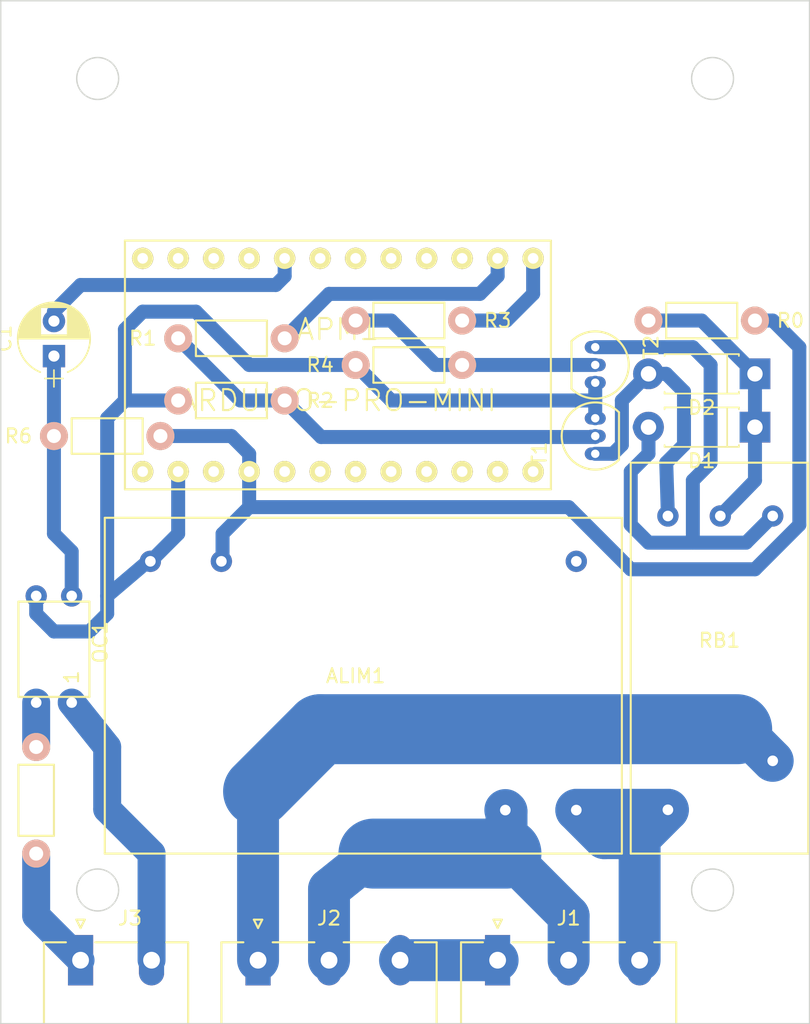
<source format=kicad_pcb>
(kicad_pcb (version 4) (host pcbnew 4.0.6)

  (general
    (links 34)
    (no_connects 0)
    (area 76.16988 107.264999 136.165001 186.47)
    (thickness 1.6)
    (drawings 8)
    (tracks 119)
    (zones 0)
    (modules 19)
    (nets 39)
  )

  (page A4 portrait)
  (layers
    (0 F.Cu signal hide)
    (31 B.Cu signal)
    (32 B.Adhes user hide)
    (33 F.Adhes user hide)
    (34 B.Paste user hide)
    (35 F.Paste user hide)
    (36 B.SilkS user hide)
    (37 F.SilkS user)
    (38 B.Mask user hide)
    (39 F.Mask user hide)
    (40 Dwgs.User user hide)
    (41 Cmts.User user hide)
    (42 Eco1.User user hide)
    (43 Eco2.User user hide)
    (44 Edge.Cuts user)
    (45 Margin user hide)
    (46 B.CrtYd user hide)
    (47 F.CrtYd user hide)
    (48 B.Fab user hide)
    (49 F.Fab user hide)
  )

  (setup
    (last_trace_width 1)
    (user_trace_width 0.5)
    (user_trace_width 1)
    (user_trace_width 2)
    (user_trace_width 3)
    (user_trace_width 5)
    (trace_clearance 0.2)
    (zone_clearance 0.508)
    (zone_45_only no)
    (trace_min 0.2)
    (segment_width 0.2)
    (edge_width 0.1)
    (via_size 0.6)
    (via_drill 0.4)
    (via_min_size 0.4)
    (via_min_drill 0.3)
    (uvia_size 0.3)
    (uvia_drill 0.1)
    (uvias_allowed no)
    (uvia_min_size 0.2)
    (uvia_min_drill 0.1)
    (pcb_text_width 0.3)
    (pcb_text_size 1.5 1.5)
    (mod_edge_width 0.15)
    (mod_text_size 1 1)
    (mod_text_width 0.15)
    (pad_size 1.5 1.5)
    (pad_drill 0.6)
    (pad_to_mask_clearance 0)
    (aux_axis_origin 0 0)
    (visible_elements FFFFFF7F)
    (pcbplotparams
      (layerselection 0x00030_80000001)
      (usegerberextensions false)
      (excludeedgelayer true)
      (linewidth 0.100000)
      (plotframeref false)
      (viasonmask false)
      (mode 1)
      (useauxorigin false)
      (hpglpennumber 1)
      (hpglpenspeed 20)
      (hpglpendiameter 15)
      (hpglpenoverlay 2)
      (psnegative false)
      (psa4output false)
      (plotreference true)
      (plotvalue true)
      (plotinvisibletext false)
      (padsonsilk false)
      (subtractmaskfromsilk false)
      (outputformat 1)
      (mirror false)
      (drillshape 1)
      (scaleselection 1)
      (outputdirectory ""))
  )

  (net 0 "")
  (net 1 "Net-(ALIM1-Pad3)")
  (net 2 AC)
  (net 3 +3V3)
  (net 4 GND)
  (net 5 "Net-(ALIM1-Pad13)")
  (net 6 "Net-(APM1-Pad24)")
  (net 7 "Net-(APM1-Pad22)")
  (net 8 "Net-(APM1-Pad20)")
  (net 9 "Net-(APM1-Pad19)")
  (net 10 "Net-(APM1-Pad18)")
  (net 11 "Net-(APM1-Pad17)")
  (net 12 "Net-(APM1-Pad16)")
  (net 13 "Net-(APM1-Pad15)")
  (net 14 "Net-(APM1-Pad14)")
  (net 15 "Net-(APM1-Pad13)")
  (net 16 "Net-(APM1-Pad1)")
  (net 17 "Net-(APM1-Pad2)")
  (net 18 "Net-(APM1-Pad3)")
  (net 19 "Net-(APM1-Pad4)")
  (net 20 "Net-(APM1-Pad5)")
  (net 21 "Net-(APM1-Pad6)")
  (net 22 "Net-(APM1-Pad7)")
  (net 23 "Net-(APM1-Pad8)")
  (net 24 "Net-(APM1-Pad9)")
  (net 25 "Net-(APM1-Pad10)")
  (net 26 "Net-(APM1-Pad11)")
  (net 27 "Net-(APM1-Pad12)")
  (net 28 "Net-(C1-Pad1)")
  (net 29 "Net-(D1-Pad2)")
  (net 30 "Net-(D2-Pad2)")
  (net 31 Earth)
  (net 32 "Net-(J3-Pad1)")
  (net 33 "Net-(J3-Pad2)")
  (net 34 "Net-(R1-Pad1)")
  (net 35 "Net-(R3-Pad2)")
  (net 36 "Net-(D1-Pad1)")
  (net 37 "Net-(J2-Pad1)")
  (net 38 "Net-(OC1-Pad2)")

  (net_class Default "Ceci est la Netclass par défaut"
    (clearance 0.2)
    (trace_width 0.25)
    (via_dia 0.6)
    (via_drill 0.4)
    (uvia_dia 0.3)
    (uvia_drill 0.1)
    (add_net +3V3)
    (add_net AC)
    (add_net Earth)
    (add_net GND)
    (add_net "Net-(ALIM1-Pad13)")
    (add_net "Net-(ALIM1-Pad3)")
    (add_net "Net-(APM1-Pad1)")
    (add_net "Net-(APM1-Pad10)")
    (add_net "Net-(APM1-Pad11)")
    (add_net "Net-(APM1-Pad12)")
    (add_net "Net-(APM1-Pad13)")
    (add_net "Net-(APM1-Pad14)")
    (add_net "Net-(APM1-Pad15)")
    (add_net "Net-(APM1-Pad16)")
    (add_net "Net-(APM1-Pad17)")
    (add_net "Net-(APM1-Pad18)")
    (add_net "Net-(APM1-Pad19)")
    (add_net "Net-(APM1-Pad2)")
    (add_net "Net-(APM1-Pad20)")
    (add_net "Net-(APM1-Pad22)")
    (add_net "Net-(APM1-Pad24)")
    (add_net "Net-(APM1-Pad3)")
    (add_net "Net-(APM1-Pad4)")
    (add_net "Net-(APM1-Pad5)")
    (add_net "Net-(APM1-Pad6)")
    (add_net "Net-(APM1-Pad7)")
    (add_net "Net-(APM1-Pad8)")
    (add_net "Net-(APM1-Pad9)")
    (add_net "Net-(C1-Pad1)")
    (add_net "Net-(D1-Pad1)")
    (add_net "Net-(D1-Pad2)")
    (add_net "Net-(D2-Pad2)")
    (add_net "Net-(J2-Pad1)")
    (add_net "Net-(J3-Pad1)")
    (add_net "Net-(J3-Pad2)")
    (add_net "Net-(OC1-Pad2)")
    (add_net "Net-(R1-Pad1)")
    (add_net "Net-(R3-Pad2)")
  )

  (net_class POWER ""
    (clearance 0.2)
    (trace_width 2)
    (via_dia 0.6)
    (via_drill 0.4)
    (uvia_dia 0.3)
    (uvia_drill 0.1)
  )

  (module TO_SOT_Packages_THT:TO-92_Inline_Narrow_Oval (layer F.Cu) (tedit 54F24281) (tstamp 58F611ED)
    (at 120.65 139.7 90)
    (descr "TO-92 leads in-line, narrow, oval pads, drill 0.6mm (see NXP sot054_po.pdf)")
    (tags "to-92 sc-43 sc-43a sot54 PA33 transistor")
    (path /58F2127C)
    (fp_text reference T1 (at 0 -4 90) (layer F.SilkS)
      (effects (font (size 1 1) (thickness 0.15)))
    )
    (fp_text value BC337 (at 0 3 90) (layer F.Fab)
      (effects (font (size 1 1) (thickness 0.15)))
    )
    (fp_line (start -1.4 1.95) (end -1.4 -2.65) (layer F.CrtYd) (width 0.05))
    (fp_line (start -1.4 1.95) (end 3.95 1.95) (layer F.CrtYd) (width 0.05))
    (fp_line (start -0.43 1.7) (end 2.97 1.7) (layer F.SilkS) (width 0.15))
    (fp_arc (start 1.27 0) (end 1.27 -2.4) (angle -135) (layer F.SilkS) (width 0.15))
    (fp_arc (start 1.27 0) (end 1.27 -2.4) (angle 135) (layer F.SilkS) (width 0.15))
    (fp_line (start -1.4 -2.65) (end 3.95 -2.65) (layer F.CrtYd) (width 0.05))
    (fp_line (start 3.95 1.95) (end 3.95 -2.65) (layer F.CrtYd) (width 0.05))
    (pad 2 thru_hole oval (at 1.27 0 270) (size 0.89916 1.50114) (drill 0.6) (layers *.Cu *.Mask)
      (net 34 "Net-(R1-Pad1)"))
    (pad 3 thru_hole oval (at 2.54 0 270) (size 0.89916 1.50114) (drill 0.6) (layers *.Cu *.Mask)
      (net 4 GND))
    (pad 1 thru_hole oval (at 0 0 270) (size 0.89916 1.50114) (drill 0.6) (layers *.Cu *.Mask)
      (net 30 "Net-(D2-Pad2)"))
    (model TO_SOT_Packages_THT.3dshapes/TO-92_Inline_Narrow_Oval.wrl
      (at (xyz 0.05 0 0))
      (scale (xyz 1 1 1))
      (rotate (xyz 0 0 -90))
    )
  )

  (module empreintes:AC-DC_power_supply_IRM-03 (layer F.Cu) (tedit 58F5DC63) (tstamp 58F6105D)
    (at 122.555 168.275 180)
    (path /58F5DF1E)
    (fp_text reference ALIM1 (at 19.05 12.7 180) (layer F.SilkS)
      (effects (font (size 1 1) (thickness 0.15)))
    )
    (fp_text value ALIM-IRM-03-3.3 (at 17.78 8.89 180) (layer F.Fab)
      (effects (font (size 1 1) (thickness 0.15)))
    )
    (fp_line (start 0 0) (end 37 0) (layer F.SilkS) (width 0.15))
    (fp_line (start 37 0) (end 37 24) (layer F.SilkS) (width 0.15))
    (fp_line (start 37 24) (end 0 24) (layer F.SilkS) (width 0.15))
    (fp_line (start 0 24) (end 0 0) (layer F.SilkS) (width 0.15))
    (pad 3 thru_hole circle (at 8.34 3.11 180) (size 1.524 1.524) (drill 0.762) (layers *.Cu *.Mask)
      (net 1 "Net-(ALIM1-Pad3)"))
    (pad 1 thru_hole circle (at 3.26 3.11 180) (size 1.524 1.524) (drill 0.762) (layers *.Cu *.Mask)
      (net 2 AC))
    (pad 16 thru_hole circle (at 28.66 20.89 180) (size 1.524 1.524) (drill 0.762) (layers *.Cu *.Mask)
      (net 3 +3V3))
    (pad 14 thru_hole circle (at 33.74 20.89 180) (size 1.524 1.524) (drill 0.762) (layers *.Cu *.Mask)
      (net 4 GND))
    (pad 13 thru_hole circle (at 3.26 20.89 180) (size 1.524 1.524) (drill 0.762) (layers *.Cu *.Mask)
      (net 5 "Net-(ALIM1-Pad13)"))
  )

  (module empreintes:Relai_Bistable_Panasonic_ADW1203W (layer F.Cu) (tedit 58F610BB) (tstamp 58F611DF)
    (at 133.35 144.145)
    (path /58F25BD3)
    (fp_text reference RB1 (at -3.81 8.89) (layer F.SilkS)
      (effects (font (size 1 1) (thickness 0.15)))
    )
    (fp_text value RELAI-BISTABLE (at -3.81 11.43) (layer F.Fab)
      (effects (font (size 1 1) (thickness 0.15)))
    )
    (fp_line (start -10.16 -3.81) (end -10.16 24.13) (layer F.SilkS) (width 0.15))
    (fp_line (start -10.16 24.13) (end 2.54 24.13) (layer F.SilkS) (width 0.15))
    (fp_line (start 2.54 24.13) (end 2.54 -3.81) (layer F.SilkS) (width 0.15))
    (fp_line (start 2.54 -3.81) (end -10.16 -3.81) (layer F.SilkS) (width 0.15))
    (pad 3 thru_hole circle (at -7.5 21) (size 1.524 1.524) (drill 0.762) (layers *.Cu *.Mask)
      (net 2 AC))
    (pad 5 thru_hole circle (at 0 17.5) (size 1.524 1.524) (drill 0.762) (layers *.Cu *.Mask)
      (net 37 "Net-(J2-Pad1)"))
    (pad -1 thru_hole circle (at -7.5 0) (size 1.524 1.524) (drill 0.762) (layers *.Cu *.Mask)
      (net 30 "Net-(D2-Pad2)"))
    (pad +7 thru_hole circle (at -3.75 0) (size 1.524 1.524) (drill 0.762) (layers *.Cu *.Mask)
      (net 36 "Net-(D1-Pad1)"))
    (pad -6 thru_hole circle (at 0 0) (size 1.524 1.524) (drill 0.762) (layers *.Cu *.Mask)
      (net 29 "Net-(D1-Pad2)"))
  )

  (module Connectors_Phoenix:PhoenixContact_MC-G_03x5.08mm_Angled (layer F.Cu) (tedit 5797DB14) (tstamp 58F61147)
    (at 113.665 175.895)
    (descr "Generic Phoenix Contact connector footprint for series: MC-G; number of pins: 03; pin pitch: 5.08mm; Angled || order number: 1836192 8A 320V")
    (tags "phoenix_contact connector MC_01x03_G_5.08mm")
    (path /58F27633)
    (fp_text reference J1 (at 5.08 -3) (layer F.SilkS)
      (effects (font (size 1 1) (thickness 0.15)))
    )
    (fp_text value ~ (at 5.08 9.5) (layer F.Fab)
      (effects (font (size 1 1) (thickness 0.15)))
    )
    (fp_line (start -2.62 -1.28) (end -2.62 8.08) (layer F.SilkS) (width 0.15))
    (fp_line (start -2.62 8.08) (end 12.78 8.08) (layer F.SilkS) (width 0.15))
    (fp_line (start 12.78 8.08) (end 12.78 -1.28) (layer F.SilkS) (width 0.15))
    (fp_line (start -2.62 -1.28) (end -1.05 -1.28) (layer F.SilkS) (width 0.15))
    (fp_line (start 12.78 -1.28) (end 11.21 -1.28) (layer F.SilkS) (width 0.15))
    (fp_line (start 1.05 -1.28) (end 4.03 -1.28) (layer F.SilkS) (width 0.15))
    (fp_line (start 6.13 -1.28) (end 9.11 -1.28) (layer F.SilkS) (width 0.15))
    (fp_line (start -2.62 4.8) (end 12.78 4.8) (layer F.SilkS) (width 0.15))
    (fp_line (start -3.1 -2.3) (end -3.1 8.5) (layer F.CrtYd) (width 0.05))
    (fp_line (start -3.1 8.5) (end 13.2 8.5) (layer F.CrtYd) (width 0.05))
    (fp_line (start 13.2 8.5) (end 13.2 -2.3) (layer F.CrtYd) (width 0.05))
    (fp_line (start 13.2 -2.3) (end -3.1 -2.3) (layer F.CrtYd) (width 0.05))
    (fp_line (start 0 -2.3) (end 0.3 -2.9) (layer F.SilkS) (width 0.15))
    (fp_line (start 0.3 -2.9) (end -0.3 -2.9) (layer F.SilkS) (width 0.15))
    (fp_line (start -0.3 -2.9) (end 0 -2.3) (layer F.SilkS) (width 0.15))
    (pad 1 thru_hole rect (at 0 0) (size 1.8 3.6) (drill 1.2) (layers *.Cu *.Mask)
      (net 31 Earth))
    (pad 2 thru_hole oval (at 5.08 0) (size 1.8 3.6) (drill 1.2) (layers *.Cu *.Mask)
      (net 1 "Net-(ALIM1-Pad3)"))
    (pad 3 thru_hole oval (at 10.16 0) (size 1.8 3.6) (drill 1.2) (layers *.Cu *.Mask)
      (net 2 AC))
    (model Connectors_Phoenix.3dshapes/PhoenixContact_MC-G_03x5.08mm_Angled.wrl
      (at (xyz 0 0 0))
      (scale (xyz 1 1 1))
      (rotate (xyz 0 0 0))
    )
  )

  (module empreintes:Arduino_Pro_Mini (layer F.Cu) (tedit 58F5D933) (tstamp 58F6107D)
    (at 116.205 133.35 90)
    (path /58F25AB8)
    (fp_text reference APM1 (at 2.54 -13.97 180) (layer F.SilkS)
      (effects (font (size 1.5 1.5) (thickness 0.15)))
    )
    (fp_text value ARDUINO-PRO-MINI (at -2.54 -13.97 180) (layer F.SilkS)
      (effects (font (size 1.5 1.5) (thickness 0.15)))
    )
    (fp_line (start -8.89 -29.21) (end 8.89 -29.21) (layer F.SilkS) (width 0.15))
    (fp_line (start 8.89 -29.21) (end 8.89 1.27) (layer F.SilkS) (width 0.15))
    (fp_line (start 8.89 1.27) (end -8.89 1.27) (layer F.SilkS) (width 0.15))
    (fp_line (start -8.89 1.27) (end -8.89 -29.21) (layer F.SilkS) (width 0.15))
    (pad 24 thru_hole circle (at -7.62 -27.94 90) (size 1.524 1.524) (drill 0.762) (layers *.Cu *.Mask F.SilkS)
      (net 6 "Net-(APM1-Pad24)"))
    (pad 23 thru_hole circle (at -7.62 -25.4 90) (size 1.524 1.524) (drill 0.762) (layers *.Cu *.Mask F.SilkS)
      (net 4 GND))
    (pad 22 thru_hole circle (at -7.62 -22.86 90) (size 1.524 1.524) (drill 0.762) (layers *.Cu *.Mask F.SilkS)
      (net 7 "Net-(APM1-Pad22)"))
    (pad 21 thru_hole circle (at -7.62 -20.32 90) (size 1.524 1.524) (drill 0.762) (layers *.Cu *.Mask F.SilkS)
      (net 3 +3V3))
    (pad 20 thru_hole circle (at -7.62 -17.78 90) (size 1.524 1.524) (drill 0.762) (layers *.Cu *.Mask F.SilkS)
      (net 8 "Net-(APM1-Pad20)"))
    (pad 19 thru_hole circle (at -7.62 -15.24 90) (size 1.524 1.524) (drill 0.762) (layers *.Cu *.Mask F.SilkS)
      (net 9 "Net-(APM1-Pad19)"))
    (pad 18 thru_hole circle (at -7.62 -12.7 90) (size 1.524 1.524) (drill 0.762) (layers *.Cu *.Mask F.SilkS)
      (net 10 "Net-(APM1-Pad18)"))
    (pad 17 thru_hole circle (at -7.62 -10.16 90) (size 1.524 1.524) (drill 0.762) (layers *.Cu *.Mask F.SilkS)
      (net 11 "Net-(APM1-Pad17)"))
    (pad 16 thru_hole circle (at -7.62 -7.62 90) (size 1.524 1.524) (drill 0.762) (layers *.Cu *.Mask F.SilkS)
      (net 12 "Net-(APM1-Pad16)"))
    (pad 15 thru_hole circle (at -7.62 -5.08 90) (size 1.524 1.524) (drill 0.762) (layers *.Cu *.Mask F.SilkS)
      (net 13 "Net-(APM1-Pad15)"))
    (pad 14 thru_hole circle (at -7.62 -2.54 90) (size 1.524 1.524) (drill 0.762) (layers *.Cu *.Mask F.SilkS)
      (net 14 "Net-(APM1-Pad14)"))
    (pad 13 thru_hole circle (at -7.62 0 90) (size 1.524 1.524) (drill 0.762) (layers *.Cu *.Mask F.SilkS)
      (net 15 "Net-(APM1-Pad13)"))
    (pad 1 thru_hole circle (at 7.62 -27.94 90) (size 1.524 1.524) (drill 0.762) (layers *.Cu *.Mask F.SilkS)
      (net 16 "Net-(APM1-Pad1)"))
    (pad 2 thru_hole circle (at 7.62 -25.4 90) (size 1.524 1.524) (drill 0.762) (layers *.Cu *.Mask F.SilkS)
      (net 17 "Net-(APM1-Pad2)"))
    (pad 3 thru_hole circle (at 7.62 -22.86 90) (size 1.524 1.524) (drill 0.762) (layers *.Cu *.Mask F.SilkS)
      (net 18 "Net-(APM1-Pad3)"))
    (pad 4 thru_hole circle (at 7.62 -20.32 90) (size 1.524 1.524) (drill 0.762) (layers *.Cu *.Mask F.SilkS)
      (net 19 "Net-(APM1-Pad4)"))
    (pad 5 thru_hole circle (at 7.62 -17.78 90) (size 1.524 1.524) (drill 0.762) (layers *.Cu *.Mask F.SilkS)
      (net 20 "Net-(APM1-Pad5)"))
    (pad 6 thru_hole circle (at 7.62 -15.24 90) (size 1.524 1.524) (drill 0.762) (layers *.Cu *.Mask F.SilkS)
      (net 21 "Net-(APM1-Pad6)"))
    (pad 7 thru_hole circle (at 7.62 -12.7 90) (size 1.524 1.524) (drill 0.762) (layers *.Cu *.Mask F.SilkS)
      (net 22 "Net-(APM1-Pad7)"))
    (pad 8 thru_hole circle (at 7.62 -10.16 90) (size 1.524 1.524) (drill 0.762) (layers *.Cu *.Mask F.SilkS)
      (net 23 "Net-(APM1-Pad8)"))
    (pad 9 thru_hole circle (at 7.62 -7.62 90) (size 1.524 1.524) (drill 0.762) (layers *.Cu *.Mask F.SilkS)
      (net 24 "Net-(APM1-Pad9)"))
    (pad 10 thru_hole circle (at 7.62 -5.08 90) (size 1.524 1.524) (drill 0.762) (layers *.Cu *.Mask F.SilkS)
      (net 25 "Net-(APM1-Pad10)"))
    (pad 11 thru_hole circle (at 7.62 -2.54 90) (size 1.524 1.524) (drill 0.762) (layers *.Cu *.Mask F.SilkS)
      (net 26 "Net-(APM1-Pad11)"))
    (pad 12 thru_hole circle (at 7.62 0 90) (size 1.524 1.524) (drill 0.762) (layers *.Cu *.Mask F.SilkS)
      (net 27 "Net-(APM1-Pad12)"))
  )

  (module Capacitors_THT:CP_Radial_D5.0mm_P2.50mm (layer F.Cu) (tedit 58765D06) (tstamp 58F61101)
    (at 81.915 132.715 90)
    (descr "CP, Radial series, Radial, pin pitch=2.50mm, , diameter=5mm, Electrolytic Capacitor")
    (tags "CP Radial series Radial pin pitch 2.50mm  diameter 5mm Electrolytic Capacitor")
    (path /58F29AAC)
    (fp_text reference C1 (at 1.25 -3.56 90) (layer F.SilkS)
      (effects (font (size 1 1) (thickness 0.15)))
    )
    (fp_text value 0.1µF (at 1.25 3.56 90) (layer F.Fab)
      (effects (font (size 1 1) (thickness 0.15)))
    )
    (fp_arc (start 1.25 0) (end -1.147436 -0.98) (angle 135.5) (layer F.SilkS) (width 0.12))
    (fp_arc (start 1.25 0) (end -1.147436 0.98) (angle -135.5) (layer F.SilkS) (width 0.12))
    (fp_arc (start 1.25 0) (end 3.647436 -0.98) (angle 44.5) (layer F.SilkS) (width 0.12))
    (fp_circle (center 1.25 0) (end 3.75 0) (layer F.Fab) (width 0.1))
    (fp_line (start -2.2 0) (end -1 0) (layer F.Fab) (width 0.1))
    (fp_line (start -1.6 -0.65) (end -1.6 0.65) (layer F.Fab) (width 0.1))
    (fp_line (start 1.25 -2.55) (end 1.25 2.55) (layer F.SilkS) (width 0.12))
    (fp_line (start 1.29 -2.55) (end 1.29 2.55) (layer F.SilkS) (width 0.12))
    (fp_line (start 1.33 -2.549) (end 1.33 2.549) (layer F.SilkS) (width 0.12))
    (fp_line (start 1.37 -2.548) (end 1.37 2.548) (layer F.SilkS) (width 0.12))
    (fp_line (start 1.41 -2.546) (end 1.41 2.546) (layer F.SilkS) (width 0.12))
    (fp_line (start 1.45 -2.543) (end 1.45 2.543) (layer F.SilkS) (width 0.12))
    (fp_line (start 1.49 -2.539) (end 1.49 2.539) (layer F.SilkS) (width 0.12))
    (fp_line (start 1.53 -2.535) (end 1.53 -0.98) (layer F.SilkS) (width 0.12))
    (fp_line (start 1.53 0.98) (end 1.53 2.535) (layer F.SilkS) (width 0.12))
    (fp_line (start 1.57 -2.531) (end 1.57 -0.98) (layer F.SilkS) (width 0.12))
    (fp_line (start 1.57 0.98) (end 1.57 2.531) (layer F.SilkS) (width 0.12))
    (fp_line (start 1.61 -2.525) (end 1.61 -0.98) (layer F.SilkS) (width 0.12))
    (fp_line (start 1.61 0.98) (end 1.61 2.525) (layer F.SilkS) (width 0.12))
    (fp_line (start 1.65 -2.519) (end 1.65 -0.98) (layer F.SilkS) (width 0.12))
    (fp_line (start 1.65 0.98) (end 1.65 2.519) (layer F.SilkS) (width 0.12))
    (fp_line (start 1.69 -2.513) (end 1.69 -0.98) (layer F.SilkS) (width 0.12))
    (fp_line (start 1.69 0.98) (end 1.69 2.513) (layer F.SilkS) (width 0.12))
    (fp_line (start 1.73 -2.506) (end 1.73 -0.98) (layer F.SilkS) (width 0.12))
    (fp_line (start 1.73 0.98) (end 1.73 2.506) (layer F.SilkS) (width 0.12))
    (fp_line (start 1.77 -2.498) (end 1.77 -0.98) (layer F.SilkS) (width 0.12))
    (fp_line (start 1.77 0.98) (end 1.77 2.498) (layer F.SilkS) (width 0.12))
    (fp_line (start 1.81 -2.489) (end 1.81 -0.98) (layer F.SilkS) (width 0.12))
    (fp_line (start 1.81 0.98) (end 1.81 2.489) (layer F.SilkS) (width 0.12))
    (fp_line (start 1.85 -2.48) (end 1.85 -0.98) (layer F.SilkS) (width 0.12))
    (fp_line (start 1.85 0.98) (end 1.85 2.48) (layer F.SilkS) (width 0.12))
    (fp_line (start 1.89 -2.47) (end 1.89 -0.98) (layer F.SilkS) (width 0.12))
    (fp_line (start 1.89 0.98) (end 1.89 2.47) (layer F.SilkS) (width 0.12))
    (fp_line (start 1.93 -2.46) (end 1.93 -0.98) (layer F.SilkS) (width 0.12))
    (fp_line (start 1.93 0.98) (end 1.93 2.46) (layer F.SilkS) (width 0.12))
    (fp_line (start 1.971 -2.448) (end 1.971 -0.98) (layer F.SilkS) (width 0.12))
    (fp_line (start 1.971 0.98) (end 1.971 2.448) (layer F.SilkS) (width 0.12))
    (fp_line (start 2.011 -2.436) (end 2.011 -0.98) (layer F.SilkS) (width 0.12))
    (fp_line (start 2.011 0.98) (end 2.011 2.436) (layer F.SilkS) (width 0.12))
    (fp_line (start 2.051 -2.424) (end 2.051 -0.98) (layer F.SilkS) (width 0.12))
    (fp_line (start 2.051 0.98) (end 2.051 2.424) (layer F.SilkS) (width 0.12))
    (fp_line (start 2.091 -2.41) (end 2.091 -0.98) (layer F.SilkS) (width 0.12))
    (fp_line (start 2.091 0.98) (end 2.091 2.41) (layer F.SilkS) (width 0.12))
    (fp_line (start 2.131 -2.396) (end 2.131 -0.98) (layer F.SilkS) (width 0.12))
    (fp_line (start 2.131 0.98) (end 2.131 2.396) (layer F.SilkS) (width 0.12))
    (fp_line (start 2.171 -2.382) (end 2.171 -0.98) (layer F.SilkS) (width 0.12))
    (fp_line (start 2.171 0.98) (end 2.171 2.382) (layer F.SilkS) (width 0.12))
    (fp_line (start 2.211 -2.366) (end 2.211 -0.98) (layer F.SilkS) (width 0.12))
    (fp_line (start 2.211 0.98) (end 2.211 2.366) (layer F.SilkS) (width 0.12))
    (fp_line (start 2.251 -2.35) (end 2.251 -0.98) (layer F.SilkS) (width 0.12))
    (fp_line (start 2.251 0.98) (end 2.251 2.35) (layer F.SilkS) (width 0.12))
    (fp_line (start 2.291 -2.333) (end 2.291 -0.98) (layer F.SilkS) (width 0.12))
    (fp_line (start 2.291 0.98) (end 2.291 2.333) (layer F.SilkS) (width 0.12))
    (fp_line (start 2.331 -2.315) (end 2.331 -0.98) (layer F.SilkS) (width 0.12))
    (fp_line (start 2.331 0.98) (end 2.331 2.315) (layer F.SilkS) (width 0.12))
    (fp_line (start 2.371 -2.296) (end 2.371 -0.98) (layer F.SilkS) (width 0.12))
    (fp_line (start 2.371 0.98) (end 2.371 2.296) (layer F.SilkS) (width 0.12))
    (fp_line (start 2.411 -2.276) (end 2.411 -0.98) (layer F.SilkS) (width 0.12))
    (fp_line (start 2.411 0.98) (end 2.411 2.276) (layer F.SilkS) (width 0.12))
    (fp_line (start 2.451 -2.256) (end 2.451 -0.98) (layer F.SilkS) (width 0.12))
    (fp_line (start 2.451 0.98) (end 2.451 2.256) (layer F.SilkS) (width 0.12))
    (fp_line (start 2.491 -2.234) (end 2.491 -0.98) (layer F.SilkS) (width 0.12))
    (fp_line (start 2.491 0.98) (end 2.491 2.234) (layer F.SilkS) (width 0.12))
    (fp_line (start 2.531 -2.212) (end 2.531 -0.98) (layer F.SilkS) (width 0.12))
    (fp_line (start 2.531 0.98) (end 2.531 2.212) (layer F.SilkS) (width 0.12))
    (fp_line (start 2.571 -2.189) (end 2.571 -0.98) (layer F.SilkS) (width 0.12))
    (fp_line (start 2.571 0.98) (end 2.571 2.189) (layer F.SilkS) (width 0.12))
    (fp_line (start 2.611 -2.165) (end 2.611 -0.98) (layer F.SilkS) (width 0.12))
    (fp_line (start 2.611 0.98) (end 2.611 2.165) (layer F.SilkS) (width 0.12))
    (fp_line (start 2.651 -2.14) (end 2.651 -0.98) (layer F.SilkS) (width 0.12))
    (fp_line (start 2.651 0.98) (end 2.651 2.14) (layer F.SilkS) (width 0.12))
    (fp_line (start 2.691 -2.113) (end 2.691 -0.98) (layer F.SilkS) (width 0.12))
    (fp_line (start 2.691 0.98) (end 2.691 2.113) (layer F.SilkS) (width 0.12))
    (fp_line (start 2.731 -2.086) (end 2.731 -0.98) (layer F.SilkS) (width 0.12))
    (fp_line (start 2.731 0.98) (end 2.731 2.086) (layer F.SilkS) (width 0.12))
    (fp_line (start 2.771 -2.058) (end 2.771 -0.98) (layer F.SilkS) (width 0.12))
    (fp_line (start 2.771 0.98) (end 2.771 2.058) (layer F.SilkS) (width 0.12))
    (fp_line (start 2.811 -2.028) (end 2.811 -0.98) (layer F.SilkS) (width 0.12))
    (fp_line (start 2.811 0.98) (end 2.811 2.028) (layer F.SilkS) (width 0.12))
    (fp_line (start 2.851 -1.997) (end 2.851 -0.98) (layer F.SilkS) (width 0.12))
    (fp_line (start 2.851 0.98) (end 2.851 1.997) (layer F.SilkS) (width 0.12))
    (fp_line (start 2.891 -1.965) (end 2.891 -0.98) (layer F.SilkS) (width 0.12))
    (fp_line (start 2.891 0.98) (end 2.891 1.965) (layer F.SilkS) (width 0.12))
    (fp_line (start 2.931 -1.932) (end 2.931 -0.98) (layer F.SilkS) (width 0.12))
    (fp_line (start 2.931 0.98) (end 2.931 1.932) (layer F.SilkS) (width 0.12))
    (fp_line (start 2.971 -1.897) (end 2.971 -0.98) (layer F.SilkS) (width 0.12))
    (fp_line (start 2.971 0.98) (end 2.971 1.897) (layer F.SilkS) (width 0.12))
    (fp_line (start 3.011 -1.861) (end 3.011 -0.98) (layer F.SilkS) (width 0.12))
    (fp_line (start 3.011 0.98) (end 3.011 1.861) (layer F.SilkS) (width 0.12))
    (fp_line (start 3.051 -1.823) (end 3.051 -0.98) (layer F.SilkS) (width 0.12))
    (fp_line (start 3.051 0.98) (end 3.051 1.823) (layer F.SilkS) (width 0.12))
    (fp_line (start 3.091 -1.783) (end 3.091 -0.98) (layer F.SilkS) (width 0.12))
    (fp_line (start 3.091 0.98) (end 3.091 1.783) (layer F.SilkS) (width 0.12))
    (fp_line (start 3.131 -1.742) (end 3.131 -0.98) (layer F.SilkS) (width 0.12))
    (fp_line (start 3.131 0.98) (end 3.131 1.742) (layer F.SilkS) (width 0.12))
    (fp_line (start 3.171 -1.699) (end 3.171 -0.98) (layer F.SilkS) (width 0.12))
    (fp_line (start 3.171 0.98) (end 3.171 1.699) (layer F.SilkS) (width 0.12))
    (fp_line (start 3.211 -1.654) (end 3.211 -0.98) (layer F.SilkS) (width 0.12))
    (fp_line (start 3.211 0.98) (end 3.211 1.654) (layer F.SilkS) (width 0.12))
    (fp_line (start 3.251 -1.606) (end 3.251 -0.98) (layer F.SilkS) (width 0.12))
    (fp_line (start 3.251 0.98) (end 3.251 1.606) (layer F.SilkS) (width 0.12))
    (fp_line (start 3.291 -1.556) (end 3.291 -0.98) (layer F.SilkS) (width 0.12))
    (fp_line (start 3.291 0.98) (end 3.291 1.556) (layer F.SilkS) (width 0.12))
    (fp_line (start 3.331 -1.504) (end 3.331 -0.98) (layer F.SilkS) (width 0.12))
    (fp_line (start 3.331 0.98) (end 3.331 1.504) (layer F.SilkS) (width 0.12))
    (fp_line (start 3.371 -1.448) (end 3.371 -0.98) (layer F.SilkS) (width 0.12))
    (fp_line (start 3.371 0.98) (end 3.371 1.448) (layer F.SilkS) (width 0.12))
    (fp_line (start 3.411 -1.39) (end 3.411 -0.98) (layer F.SilkS) (width 0.12))
    (fp_line (start 3.411 0.98) (end 3.411 1.39) (layer F.SilkS) (width 0.12))
    (fp_line (start 3.451 -1.327) (end 3.451 -0.98) (layer F.SilkS) (width 0.12))
    (fp_line (start 3.451 0.98) (end 3.451 1.327) (layer F.SilkS) (width 0.12))
    (fp_line (start 3.491 -1.261) (end 3.491 1.261) (layer F.SilkS) (width 0.12))
    (fp_line (start 3.531 -1.189) (end 3.531 1.189) (layer F.SilkS) (width 0.12))
    (fp_line (start 3.571 -1.112) (end 3.571 1.112) (layer F.SilkS) (width 0.12))
    (fp_line (start 3.611 -1.028) (end 3.611 1.028) (layer F.SilkS) (width 0.12))
    (fp_line (start 3.651 -0.934) (end 3.651 0.934) (layer F.SilkS) (width 0.12))
    (fp_line (start 3.691 -0.829) (end 3.691 0.829) (layer F.SilkS) (width 0.12))
    (fp_line (start 3.731 -0.707) (end 3.731 0.707) (layer F.SilkS) (width 0.12))
    (fp_line (start 3.771 -0.559) (end 3.771 0.559) (layer F.SilkS) (width 0.12))
    (fp_line (start 3.811 -0.354) (end 3.811 0.354) (layer F.SilkS) (width 0.12))
    (fp_line (start -2.2 0) (end -1 0) (layer F.SilkS) (width 0.12))
    (fp_line (start -1.6 -0.65) (end -1.6 0.65) (layer F.SilkS) (width 0.12))
    (fp_line (start -1.6 -2.85) (end -1.6 2.85) (layer F.CrtYd) (width 0.05))
    (fp_line (start -1.6 2.85) (end 4.1 2.85) (layer F.CrtYd) (width 0.05))
    (fp_line (start 4.1 2.85) (end 4.1 -2.85) (layer F.CrtYd) (width 0.05))
    (fp_line (start 4.1 -2.85) (end -1.6 -2.85) (layer F.CrtYd) (width 0.05))
    (pad 1 thru_hole rect (at 0 0 90) (size 1.6 1.6) (drill 0.8) (layers *.Cu *.Mask)
      (net 28 "Net-(C1-Pad1)"))
    (pad 2 thru_hole circle (at 2.5 0 90) (size 1.6 1.6) (drill 0.8) (layers *.Cu *.Mask)
      (net 20 "Net-(APM1-Pad5)"))
    (model Capacitors_THT.3dshapes/CP_Radial_D5.0mm_P2.50mm.wrl
      (at (xyz 0 0 0))
      (scale (xyz 0.393701 0.393701 0.393701))
      (rotate (xyz 0 0 0))
    )
  )

  (module Diodes_THT:D_DO-41_SOD81_P7.62mm_Horizontal (layer F.Cu) (tedit 5877C982) (tstamp 58F61119)
    (at 132.08 137.795 180)
    (descr "D, DO-41_SOD81 series, Axial, Horizontal, pin pitch=7.62mm, , length*diameter=5.2*2.7mm^2, , http://www.diodes.com/_files/packages/DO-41%20(Plastic).pdf")
    (tags "D DO-41_SOD81 series Axial Horizontal pin pitch 7.62mm  length 5.2mm diameter 2.7mm")
    (path /58F26031)
    (fp_text reference D1 (at 3.81 -2.41 180) (layer F.SilkS)
      (effects (font (size 1 1) (thickness 0.15)))
    )
    (fp_text value ~ (at 3.81 2.41 180) (layer F.Fab)
      (effects (font (size 1 1) (thickness 0.15)))
    )
    (fp_line (start 1.21 -1.35) (end 1.21 1.35) (layer F.Fab) (width 0.1))
    (fp_line (start 1.21 1.35) (end 6.41 1.35) (layer F.Fab) (width 0.1))
    (fp_line (start 6.41 1.35) (end 6.41 -1.35) (layer F.Fab) (width 0.1))
    (fp_line (start 6.41 -1.35) (end 1.21 -1.35) (layer F.Fab) (width 0.1))
    (fp_line (start 0 0) (end 1.21 0) (layer F.Fab) (width 0.1))
    (fp_line (start 7.62 0) (end 6.41 0) (layer F.Fab) (width 0.1))
    (fp_line (start 1.99 -1.35) (end 1.99 1.35) (layer F.Fab) (width 0.1))
    (fp_line (start 1.15 -1.28) (end 1.15 -1.41) (layer F.SilkS) (width 0.12))
    (fp_line (start 1.15 -1.41) (end 6.47 -1.41) (layer F.SilkS) (width 0.12))
    (fp_line (start 6.47 -1.41) (end 6.47 -1.28) (layer F.SilkS) (width 0.12))
    (fp_line (start 1.15 1.28) (end 1.15 1.41) (layer F.SilkS) (width 0.12))
    (fp_line (start 1.15 1.41) (end 6.47 1.41) (layer F.SilkS) (width 0.12))
    (fp_line (start 6.47 1.41) (end 6.47 1.28) (layer F.SilkS) (width 0.12))
    (fp_line (start 1.99 -1.41) (end 1.99 1.41) (layer F.SilkS) (width 0.12))
    (fp_line (start -1.35 -1.7) (end -1.35 1.7) (layer F.CrtYd) (width 0.05))
    (fp_line (start -1.35 1.7) (end 9 1.7) (layer F.CrtYd) (width 0.05))
    (fp_line (start 9 1.7) (end 9 -1.7) (layer F.CrtYd) (width 0.05))
    (fp_line (start 9 -1.7) (end -1.35 -1.7) (layer F.CrtYd) (width 0.05))
    (pad 1 thru_hole rect (at 0 0 180) (size 2.2 2.2) (drill 1.1) (layers *.Cu *.Mask)
      (net 36 "Net-(D1-Pad1)"))
    (pad 2 thru_hole oval (at 7.62 0 180) (size 2.2 2.2) (drill 1.1) (layers *.Cu *.Mask)
      (net 29 "Net-(D1-Pad2)"))
    (model Diodes_THT.3dshapes/D_DO-41_SOD81_P7.62mm_Horizontal.wrl
      (at (xyz 0 0 0))
      (scale (xyz 0.393701 0.393701 0.393701))
      (rotate (xyz 0 0 0))
    )
  )

  (module Diodes_THT:D_DO-41_SOD81_P7.62mm_Horizontal (layer F.Cu) (tedit 5877C982) (tstamp 58F61131)
    (at 132.08 133.985 180)
    (descr "D, DO-41_SOD81 series, Axial, Horizontal, pin pitch=7.62mm, , length*diameter=5.2*2.7mm^2, , http://www.diodes.com/_files/packages/DO-41%20(Plastic).pdf")
    (tags "D DO-41_SOD81 series Axial Horizontal pin pitch 7.62mm  length 5.2mm diameter 2.7mm")
    (path /58F21469)
    (fp_text reference D2 (at 3.81 -2.41 180) (layer F.SilkS)
      (effects (font (size 1 1) (thickness 0.15)))
    )
    (fp_text value ~ (at 3.81 2.41 180) (layer F.Fab)
      (effects (font (size 1 1) (thickness 0.15)))
    )
    (fp_line (start 1.21 -1.35) (end 1.21 1.35) (layer F.Fab) (width 0.1))
    (fp_line (start 1.21 1.35) (end 6.41 1.35) (layer F.Fab) (width 0.1))
    (fp_line (start 6.41 1.35) (end 6.41 -1.35) (layer F.Fab) (width 0.1))
    (fp_line (start 6.41 -1.35) (end 1.21 -1.35) (layer F.Fab) (width 0.1))
    (fp_line (start 0 0) (end 1.21 0) (layer F.Fab) (width 0.1))
    (fp_line (start 7.62 0) (end 6.41 0) (layer F.Fab) (width 0.1))
    (fp_line (start 1.99 -1.35) (end 1.99 1.35) (layer F.Fab) (width 0.1))
    (fp_line (start 1.15 -1.28) (end 1.15 -1.41) (layer F.SilkS) (width 0.12))
    (fp_line (start 1.15 -1.41) (end 6.47 -1.41) (layer F.SilkS) (width 0.12))
    (fp_line (start 6.47 -1.41) (end 6.47 -1.28) (layer F.SilkS) (width 0.12))
    (fp_line (start 1.15 1.28) (end 1.15 1.41) (layer F.SilkS) (width 0.12))
    (fp_line (start 1.15 1.41) (end 6.47 1.41) (layer F.SilkS) (width 0.12))
    (fp_line (start 6.47 1.41) (end 6.47 1.28) (layer F.SilkS) (width 0.12))
    (fp_line (start 1.99 -1.41) (end 1.99 1.41) (layer F.SilkS) (width 0.12))
    (fp_line (start -1.35 -1.7) (end -1.35 1.7) (layer F.CrtYd) (width 0.05))
    (fp_line (start -1.35 1.7) (end 9 1.7) (layer F.CrtYd) (width 0.05))
    (fp_line (start 9 1.7) (end 9 -1.7) (layer F.CrtYd) (width 0.05))
    (fp_line (start 9 -1.7) (end -1.35 -1.7) (layer F.CrtYd) (width 0.05))
    (pad 1 thru_hole rect (at 0 0 180) (size 2.2 2.2) (drill 1.1) (layers *.Cu *.Mask)
      (net 36 "Net-(D1-Pad1)"))
    (pad 2 thru_hole oval (at 7.62 0 180) (size 2.2 2.2) (drill 1.1) (layers *.Cu *.Mask)
      (net 30 "Net-(D2-Pad2)"))
    (model Diodes_THT.3dshapes/D_DO-41_SOD81_P7.62mm_Horizontal.wrl
      (at (xyz 0 0 0))
      (scale (xyz 0.393701 0.393701 0.393701))
      (rotate (xyz 0 0 0))
    )
  )

  (module Connectors_Phoenix:PhoenixContact_MC-G_03x5.08mm_Angled (layer F.Cu) (tedit 5797DB14) (tstamp 58F6115D)
    (at 96.52 175.895)
    (descr "Generic Phoenix Contact connector footprint for series: MC-G; number of pins: 03; pin pitch: 5.08mm; Angled || order number: 1836192 8A 320V")
    (tags "phoenix_contact connector MC_01x03_G_5.08mm")
    (path /58F27431)
    (fp_text reference J2 (at 5.08 -3) (layer F.SilkS)
      (effects (font (size 1 1) (thickness 0.15)))
    )
    (fp_text value ~ (at 5.08 9.5) (layer F.Fab)
      (effects (font (size 1 1) (thickness 0.15)))
    )
    (fp_line (start -2.62 -1.28) (end -2.62 8.08) (layer F.SilkS) (width 0.15))
    (fp_line (start -2.62 8.08) (end 12.78 8.08) (layer F.SilkS) (width 0.15))
    (fp_line (start 12.78 8.08) (end 12.78 -1.28) (layer F.SilkS) (width 0.15))
    (fp_line (start -2.62 -1.28) (end -1.05 -1.28) (layer F.SilkS) (width 0.15))
    (fp_line (start 12.78 -1.28) (end 11.21 -1.28) (layer F.SilkS) (width 0.15))
    (fp_line (start 1.05 -1.28) (end 4.03 -1.28) (layer F.SilkS) (width 0.15))
    (fp_line (start 6.13 -1.28) (end 9.11 -1.28) (layer F.SilkS) (width 0.15))
    (fp_line (start -2.62 4.8) (end 12.78 4.8) (layer F.SilkS) (width 0.15))
    (fp_line (start -3.1 -2.3) (end -3.1 8.5) (layer F.CrtYd) (width 0.05))
    (fp_line (start -3.1 8.5) (end 13.2 8.5) (layer F.CrtYd) (width 0.05))
    (fp_line (start 13.2 8.5) (end 13.2 -2.3) (layer F.CrtYd) (width 0.05))
    (fp_line (start 13.2 -2.3) (end -3.1 -2.3) (layer F.CrtYd) (width 0.05))
    (fp_line (start 0 -2.3) (end 0.3 -2.9) (layer F.SilkS) (width 0.15))
    (fp_line (start 0.3 -2.9) (end -0.3 -2.9) (layer F.SilkS) (width 0.15))
    (fp_line (start -0.3 -2.9) (end 0 -2.3) (layer F.SilkS) (width 0.15))
    (pad 1 thru_hole rect (at 0 0) (size 1.8 3.6) (drill 1.2) (layers *.Cu *.Mask)
      (net 37 "Net-(J2-Pad1)"))
    (pad 2 thru_hole oval (at 5.08 0) (size 1.8 3.6) (drill 1.2) (layers *.Cu *.Mask)
      (net 1 "Net-(ALIM1-Pad3)"))
    (pad 3 thru_hole oval (at 10.16 0) (size 1.8 3.6) (drill 1.2) (layers *.Cu *.Mask)
      (net 31 Earth))
    (model Connectors_Phoenix.3dshapes/PhoenixContact_MC-G_03x5.08mm_Angled.wrl
      (at (xyz 0 0 0))
      (scale (xyz 1 1 1))
      (rotate (xyz 0 0 0))
    )
  )

  (module Connectors_Phoenix:PhoenixContact_MC-G_02x5.08mm_Angled (layer F.Cu) (tedit 5797DB13) (tstamp 58F61171)
    (at 83.82 175.895)
    (descr "Generic Phoenix Contact connector footprint for series: MC-G; number of pins: 02; pin pitch: 5.08mm; Angled || order number: 1836189 8A 320V")
    (tags "phoenix_contact connector MC_01x02_G_5.08mm")
    (path /58F28418)
    (fp_text reference J3 (at 3.54 -3) (layer F.SilkS)
      (effects (font (size 1 1) (thickness 0.15)))
    )
    (fp_text value ~ (at 2.54 9.5) (layer F.Fab)
      (effects (font (size 1 1) (thickness 0.15)))
    )
    (fp_line (start -2.62 -1.28) (end -2.62 8.08) (layer F.SilkS) (width 0.15))
    (fp_line (start -2.62 8.08) (end 7.7 8.08) (layer F.SilkS) (width 0.15))
    (fp_line (start 7.7 8.08) (end 7.7 -1.28) (layer F.SilkS) (width 0.15))
    (fp_line (start -2.62 -1.28) (end -1.05 -1.28) (layer F.SilkS) (width 0.15))
    (fp_line (start 7.7 -1.28) (end 6.13 -1.28) (layer F.SilkS) (width 0.15))
    (fp_line (start 1.05 -1.28) (end 4.03 -1.28) (layer F.SilkS) (width 0.15))
    (fp_line (start -2.62 4.8) (end 7.7 4.8) (layer F.SilkS) (width 0.15))
    (fp_line (start -3.1 -2.3) (end -3.1 8.5) (layer F.CrtYd) (width 0.05))
    (fp_line (start -3.1 8.5) (end 8.1 8.5) (layer F.CrtYd) (width 0.05))
    (fp_line (start 8.1 8.5) (end 8.1 -2.3) (layer F.CrtYd) (width 0.05))
    (fp_line (start 8.1 -2.3) (end -3.1 -2.3) (layer F.CrtYd) (width 0.05))
    (fp_line (start 0 -2.3) (end 0.3 -2.9) (layer F.SilkS) (width 0.15))
    (fp_line (start 0.3 -2.9) (end -0.3 -2.9) (layer F.SilkS) (width 0.15))
    (fp_line (start -0.3 -2.9) (end 0 -2.3) (layer F.SilkS) (width 0.15))
    (pad 1 thru_hole rect (at 0 0) (size 1.8 3.6) (drill 1.2) (layers *.Cu *.Mask)
      (net 32 "Net-(J3-Pad1)"))
    (pad 2 thru_hole oval (at 5.08 0) (size 1.8 3.6) (drill 1.2) (layers *.Cu *.Mask)
      (net 33 "Net-(J3-Pad2)"))
    (model Connectors_Phoenix.3dshapes/PhoenixContact_MC-G_02x5.08mm_Angled.wrl
      (at (xyz 0 0 0))
      (scale (xyz 1 1 1))
      (rotate (xyz 0 0 0))
    )
  )

  (module empreintes:Optocoupleur_SFH620 (layer F.Cu) (tedit 58F4DCA7) (tstamp 58F6117E)
    (at 83.185 153.67 270)
    (path /58F28B34)
    (fp_text reference OC1 (at -0.5 -2.04 270) (layer F.SilkS)
      (effects (font (size 1 1) (thickness 0.15)))
    )
    (fp_text value ~ (at 0 4.78 270) (layer F.Fab)
      (effects (font (size 1 1) (thickness 0.15)))
    )
    (fp_text user 1 (at 2 0 270) (layer F.SilkS)
      (effects (font (size 1 1) (thickness 0.15)))
    )
    (fp_line (start -3.405 -1.27) (end -3.405 3.81) (layer F.SilkS) (width 0.15))
    (fp_line (start -3.405 3.81) (end 3.405 3.81) (layer F.SilkS) (width 0.15))
    (fp_line (start 3.405 3.81) (end 3.405 -1.27) (layer F.SilkS) (width 0.15))
    (fp_line (start 3.405 -1.27) (end -3.405 -1.27) (layer F.SilkS) (width 0.15))
    (pad 2 thru_hole circle (at 3.81 2.54 270) (size 1.524 1.524) (drill 0.762) (layers *.Cu *.Mask)
      (net 38 "Net-(OC1-Pad2)"))
    (pad 1 thru_hole circle (at 3.81 0 270) (size 1.524 1.524) (drill 0.762) (layers *.Cu *.Mask)
      (net 33 "Net-(J3-Pad2)"))
    (pad 3 thru_hole circle (at -3.81 2.54 270) (size 1.524 1.524) (drill 0.762) (layers *.Cu *.Mask)
      (net 4 GND))
    (pad 4 thru_hole circle (at -3.81 0 270) (size 1.524 1.524) (drill 0.762) (layers *.Cu *.Mask)
      (net 28 "Net-(C1-Pad1)"))
  )

  (module Resistors_THT:Resistor_Horizontal_RM7mm (layer F.Cu) (tedit 58F63223) (tstamp 58F6118C)
    (at 90.805 131.445)
    (descr "Resistor, Axial,  RM 7.62mm, 1/3W,")
    (tags "Resistor Axial RM 7.62mm 1/3W R3")
    (path /58F212F6)
    (fp_text reference R1 (at -2.54 0) (layer F.SilkS)
      (effects (font (size 1 1) (thickness 0.15)))
    )
    (fp_text value 2.2kΩ (at 3.81 0) (layer F.Fab)
      (effects (font (size 1 1) (thickness 0.15)))
    )
    (fp_line (start -1.25 -1.5) (end 8.85 -1.5) (layer F.CrtYd) (width 0.05))
    (fp_line (start -1.25 1.5) (end -1.25 -1.5) (layer F.CrtYd) (width 0.05))
    (fp_line (start 8.85 -1.5) (end 8.85 1.5) (layer F.CrtYd) (width 0.05))
    (fp_line (start -1.25 1.5) (end 8.85 1.5) (layer F.CrtYd) (width 0.05))
    (fp_line (start 1.27 -1.27) (end 6.35 -1.27) (layer F.SilkS) (width 0.15))
    (fp_line (start 6.35 -1.27) (end 6.35 1.27) (layer F.SilkS) (width 0.15))
    (fp_line (start 6.35 1.27) (end 1.27 1.27) (layer F.SilkS) (width 0.15))
    (fp_line (start 1.27 1.27) (end 1.27 -1.27) (layer F.SilkS) (width 0.15))
    (pad 1 thru_hole circle (at 0 0) (size 1.99898 1.99898) (drill 1.00076) (layers *.Cu *.SilkS *.Mask)
      (net 34 "Net-(R1-Pad1)"))
    (pad 2 thru_hole circle (at 7.62 0) (size 1.99898 1.99898) (drill 1.00076) (layers *.Cu *.SilkS *.Mask)
      (net 26 "Net-(APM1-Pad11)"))
  )

  (module Resistors_THT:Resistor_Horizontal_RM7mm (layer F.Cu) (tedit 58F6321B) (tstamp 58F6119A)
    (at 98.425 135.89 180)
    (descr "Resistor, Axial,  RM 7.62mm, 1/3W,")
    (tags "Resistor Axial RM 7.62mm 1/3W R3")
    (path /58F2640D)
    (fp_text reference R2 (at -2.54 0 180) (layer F.SilkS)
      (effects (font (size 1 1) (thickness 0.15)))
    )
    (fp_text value 10kΩ (at 3.81 0 180) (layer F.Fab)
      (effects (font (size 1 1) (thickness 0.15)))
    )
    (fp_line (start -1.25 -1.5) (end 8.85 -1.5) (layer F.CrtYd) (width 0.05))
    (fp_line (start -1.25 1.5) (end -1.25 -1.5) (layer F.CrtYd) (width 0.05))
    (fp_line (start 8.85 -1.5) (end 8.85 1.5) (layer F.CrtYd) (width 0.05))
    (fp_line (start -1.25 1.5) (end 8.85 1.5) (layer F.CrtYd) (width 0.05))
    (fp_line (start 1.27 -1.27) (end 6.35 -1.27) (layer F.SilkS) (width 0.15))
    (fp_line (start 6.35 -1.27) (end 6.35 1.27) (layer F.SilkS) (width 0.15))
    (fp_line (start 6.35 1.27) (end 1.27 1.27) (layer F.SilkS) (width 0.15))
    (fp_line (start 1.27 1.27) (end 1.27 -1.27) (layer F.SilkS) (width 0.15))
    (pad 1 thru_hole circle (at 0 0 180) (size 1.99898 1.99898) (drill 1.00076) (layers *.Cu *.SilkS *.Mask)
      (net 34 "Net-(R1-Pad1)"))
    (pad 2 thru_hole circle (at 7.62 0 180) (size 1.99898 1.99898) (drill 1.00076) (layers *.Cu *.SilkS *.Mask)
      (net 4 GND))
  )

  (module Resistors_THT:Resistor_Horizontal_RM7mm (layer F.Cu) (tedit 58F6320E) (tstamp 58F611A8)
    (at 111.125 130.175 180)
    (descr "Resistor, Axial,  RM 7.62mm, 1/3W,")
    (tags "Resistor Axial RM 7.62mm 1/3W R3")
    (path /58F264B7)
    (fp_text reference R3 (at -2.54 0 180) (layer F.SilkS)
      (effects (font (size 1 1) (thickness 0.15)))
    )
    (fp_text value 2.2kΩ (at 3.81 0 180) (layer F.Fab)
      (effects (font (size 1 1) (thickness 0.15)))
    )
    (fp_line (start -1.25 -1.5) (end 8.85 -1.5) (layer F.CrtYd) (width 0.05))
    (fp_line (start -1.25 1.5) (end -1.25 -1.5) (layer F.CrtYd) (width 0.05))
    (fp_line (start 8.85 -1.5) (end 8.85 1.5) (layer F.CrtYd) (width 0.05))
    (fp_line (start -1.25 1.5) (end 8.85 1.5) (layer F.CrtYd) (width 0.05))
    (fp_line (start 1.27 -1.27) (end 6.35 -1.27) (layer F.SilkS) (width 0.15))
    (fp_line (start 6.35 -1.27) (end 6.35 1.27) (layer F.SilkS) (width 0.15))
    (fp_line (start 6.35 1.27) (end 1.27 1.27) (layer F.SilkS) (width 0.15))
    (fp_line (start 1.27 1.27) (end 1.27 -1.27) (layer F.SilkS) (width 0.15))
    (pad 1 thru_hole circle (at 0 0 180) (size 1.99898 1.99898) (drill 1.00076) (layers *.Cu *.SilkS *.Mask)
      (net 27 "Net-(APM1-Pad12)"))
    (pad 2 thru_hole circle (at 7.62 0 180) (size 1.99898 1.99898) (drill 1.00076) (layers *.Cu *.SilkS *.Mask)
      (net 35 "Net-(R3-Pad2)"))
  )

  (module Resistors_THT:Resistor_Horizontal_RM7mm (layer F.Cu) (tedit 58F63200) (tstamp 58F611B6)
    (at 103.505 133.35)
    (descr "Resistor, Axial,  RM 7.62mm, 1/3W,")
    (tags "Resistor Axial RM 7.62mm 1/3W R3")
    (path /58F264FC)
    (fp_text reference R4 (at -2.54 0) (layer F.SilkS)
      (effects (font (size 1 1) (thickness 0.15)))
    )
    (fp_text value 10kΩ (at 3.81 0) (layer F.Fab)
      (effects (font (size 1 1) (thickness 0.15)))
    )
    (fp_line (start -1.25 -1.5) (end 8.85 -1.5) (layer F.CrtYd) (width 0.05))
    (fp_line (start -1.25 1.5) (end -1.25 -1.5) (layer F.CrtYd) (width 0.05))
    (fp_line (start 8.85 -1.5) (end 8.85 1.5) (layer F.CrtYd) (width 0.05))
    (fp_line (start -1.25 1.5) (end 8.85 1.5) (layer F.CrtYd) (width 0.05))
    (fp_line (start 1.27 -1.27) (end 6.35 -1.27) (layer F.SilkS) (width 0.15))
    (fp_line (start 6.35 -1.27) (end 6.35 1.27) (layer F.SilkS) (width 0.15))
    (fp_line (start 6.35 1.27) (end 1.27 1.27) (layer F.SilkS) (width 0.15))
    (fp_line (start 1.27 1.27) (end 1.27 -1.27) (layer F.SilkS) (width 0.15))
    (pad 1 thru_hole circle (at 0 0) (size 1.99898 1.99898) (drill 1.00076) (layers *.Cu *.SilkS *.Mask)
      (net 4 GND))
    (pad 2 thru_hole circle (at 7.62 0) (size 1.99898 1.99898) (drill 1.00076) (layers *.Cu *.SilkS *.Mask)
      (net 35 "Net-(R3-Pad2)"))
  )

  (module Resistors_THT:Resistor_Horizontal_RM7mm (layer F.Cu) (tedit 569FCF07) (tstamp 58F611C4)
    (at 80.645 168.275 90)
    (descr "Resistor, Axial,  RM 7.62mm, 1/3W,")
    (tags "Resistor Axial RM 7.62mm 1/3W R3")
    (path /58F2940D)
    (fp_text reference R5 (at 4.05892 -3.50012 90) (layer F.SilkS)
      (effects (font (size 1 1) (thickness 0.15)))
    )
    (fp_text value 1kΩ (at 3.81 3.81 90) (layer F.Fab)
      (effects (font (size 1 1) (thickness 0.15)))
    )
    (fp_line (start -1.25 -1.5) (end 8.85 -1.5) (layer F.CrtYd) (width 0.05))
    (fp_line (start -1.25 1.5) (end -1.25 -1.5) (layer F.CrtYd) (width 0.05))
    (fp_line (start 8.85 -1.5) (end 8.85 1.5) (layer F.CrtYd) (width 0.05))
    (fp_line (start -1.25 1.5) (end 8.85 1.5) (layer F.CrtYd) (width 0.05))
    (fp_line (start 1.27 -1.27) (end 6.35 -1.27) (layer F.SilkS) (width 0.15))
    (fp_line (start 6.35 -1.27) (end 6.35 1.27) (layer F.SilkS) (width 0.15))
    (fp_line (start 6.35 1.27) (end 1.27 1.27) (layer F.SilkS) (width 0.15))
    (fp_line (start 1.27 1.27) (end 1.27 -1.27) (layer F.SilkS) (width 0.15))
    (pad 1 thru_hole circle (at 0 0 90) (size 1.99898 1.99898) (drill 1.00076) (layers *.Cu *.SilkS *.Mask)
      (net 32 "Net-(J3-Pad1)"))
    (pad 2 thru_hole circle (at 7.62 0 90) (size 1.99898 1.99898) (drill 1.00076) (layers *.Cu *.SilkS *.Mask)
      (net 38 "Net-(OC1-Pad2)"))
  )

  (module Resistors_THT:Resistor_Horizontal_RM7mm (layer F.Cu) (tedit 58F63236) (tstamp 58F611D2)
    (at 89.535 138.43 180)
    (descr "Resistor, Axial,  RM 7.62mm, 1/3W,")
    (tags "Resistor Axial RM 7.62mm 1/3W R3")
    (path /58F2987D)
    (fp_text reference R6 (at 10.16 0 180) (layer F.SilkS)
      (effects (font (size 1 1) (thickness 0.15)))
    )
    (fp_text value 1kΩ (at 3.81 0 180) (layer F.Fab)
      (effects (font (size 1 1) (thickness 0.15)))
    )
    (fp_line (start -1.25 -1.5) (end 8.85 -1.5) (layer F.CrtYd) (width 0.05))
    (fp_line (start -1.25 1.5) (end -1.25 -1.5) (layer F.CrtYd) (width 0.05))
    (fp_line (start 8.85 -1.5) (end 8.85 1.5) (layer F.CrtYd) (width 0.05))
    (fp_line (start -1.25 1.5) (end 8.85 1.5) (layer F.CrtYd) (width 0.05))
    (fp_line (start 1.27 -1.27) (end 6.35 -1.27) (layer F.SilkS) (width 0.15))
    (fp_line (start 6.35 -1.27) (end 6.35 1.27) (layer F.SilkS) (width 0.15))
    (fp_line (start 6.35 1.27) (end 1.27 1.27) (layer F.SilkS) (width 0.15))
    (fp_line (start 1.27 1.27) (end 1.27 -1.27) (layer F.SilkS) (width 0.15))
    (pad 1 thru_hole circle (at 0 0 180) (size 1.99898 1.99898) (drill 1.00076) (layers *.Cu *.SilkS *.Mask)
      (net 3 +3V3))
    (pad 2 thru_hole circle (at 7.62 0 180) (size 1.99898 1.99898) (drill 1.00076) (layers *.Cu *.SilkS *.Mask)
      (net 28 "Net-(C1-Pad1)"))
  )

  (module TO_SOT_Packages_THT:TO-92_Inline_Narrow_Oval (layer F.Cu) (tedit 54F24281) (tstamp 58F611FB)
    (at 120.65 132.08 270)
    (descr "TO-92 leads in-line, narrow, oval pads, drill 0.6mm (see NXP sot054_po.pdf)")
    (tags "to-92 sc-43 sc-43a sot54 PA33 transistor")
    (path /58F2635F)
    (fp_text reference T2 (at 0 -4 270) (layer F.SilkS)
      (effects (font (size 1 1) (thickness 0.15)))
    )
    (fp_text value BC337 (at 0 3 270) (layer F.Fab)
      (effects (font (size 1 1) (thickness 0.15)))
    )
    (fp_line (start -1.4 1.95) (end -1.4 -2.65) (layer F.CrtYd) (width 0.05))
    (fp_line (start -1.4 1.95) (end 3.95 1.95) (layer F.CrtYd) (width 0.05))
    (fp_line (start -0.43 1.7) (end 2.97 1.7) (layer F.SilkS) (width 0.15))
    (fp_arc (start 1.27 0) (end 1.27 -2.4) (angle -135) (layer F.SilkS) (width 0.15))
    (fp_arc (start 1.27 0) (end 1.27 -2.4) (angle 135) (layer F.SilkS) (width 0.15))
    (fp_line (start -1.4 -2.65) (end 3.95 -2.65) (layer F.CrtYd) (width 0.05))
    (fp_line (start 3.95 1.95) (end 3.95 -2.65) (layer F.CrtYd) (width 0.05))
    (pad 2 thru_hole oval (at 1.27 0 90) (size 0.89916 1.50114) (drill 0.6) (layers *.Cu *.Mask)
      (net 35 "Net-(R3-Pad2)"))
    (pad 3 thru_hole oval (at 2.54 0 90) (size 0.89916 1.50114) (drill 0.6) (layers *.Cu *.Mask)
      (net 4 GND))
    (pad 1 thru_hole oval (at 0 0 90) (size 0.89916 1.50114) (drill 0.6) (layers *.Cu *.Mask)
      (net 29 "Net-(D1-Pad2)"))
    (model TO_SOT_Packages_THT.3dshapes/TO-92_Inline_Narrow_Oval.wrl
      (at (xyz 0.05 0 0))
      (scale (xyz 1 1 1))
      (rotate (xyz 0 0 -90))
    )
  )

  (module Resistors_THT:Resistor_Horizontal_RM7mm (layer F.Cu) (tedit 58F6322C) (tstamp 58F61451)
    (at 132.08 130.175 180)
    (descr "Resistor, Axial,  RM 7.62mm, 1/3W,")
    (tags "Resistor Axial RM 7.62mm 1/3W R3")
    (path /58F610DE)
    (fp_text reference R0 (at -2.54 0 180) (layer F.SilkS)
      (effects (font (size 1 1) (thickness 0.15)))
    )
    (fp_text value 1.5Ω (at 3.81 0 180) (layer F.Fab)
      (effects (font (size 1 1) (thickness 0.15)))
    )
    (fp_line (start -1.25 -1.5) (end 8.85 -1.5) (layer F.CrtYd) (width 0.05))
    (fp_line (start -1.25 1.5) (end -1.25 -1.5) (layer F.CrtYd) (width 0.05))
    (fp_line (start 8.85 -1.5) (end 8.85 1.5) (layer F.CrtYd) (width 0.05))
    (fp_line (start -1.25 1.5) (end 8.85 1.5) (layer F.CrtYd) (width 0.05))
    (fp_line (start 1.27 -1.27) (end 6.35 -1.27) (layer F.SilkS) (width 0.15))
    (fp_line (start 6.35 -1.27) (end 6.35 1.27) (layer F.SilkS) (width 0.15))
    (fp_line (start 6.35 1.27) (end 1.27 1.27) (layer F.SilkS) (width 0.15))
    (fp_line (start 1.27 1.27) (end 1.27 -1.27) (layer F.SilkS) (width 0.15))
    (pad 1 thru_hole circle (at 0 0 180) (size 1.99898 1.99898) (drill 1.00076) (layers *.Cu *.SilkS *.Mask)
      (net 3 +3V3))
    (pad 2 thru_hole circle (at 7.62 0 180) (size 1.99898 1.99898) (drill 1.00076) (layers *.Cu *.SilkS *.Mask)
      (net 36 "Net-(D1-Pad1)"))
  )

  (gr_circle (center 85.045 170.875) (end 85.045 172.375) (layer Edge.Cuts) (width 0.1))
  (gr_circle (center 129.045 170.875) (end 129.045 172.375) (layer Edge.Cuts) (width 0.1))
  (gr_circle (center 85.045 112.875) (end 85.045 114.375) (layer Edge.Cuts) (width 0.1))
  (gr_circle (center 129.045 112.875) (end 129.045 114.375) (layer Edge.Cuts) (width 0.1))
  (gr_line (start 78.105 107.315) (end 135.985 107.315) (angle 90) (layer Edge.Cuts) (width 0.1))
  (gr_line (start 135.985 107.315) (end 135.985 180.435) (angle 90) (layer Edge.Cuts) (width 0.1))
  (gr_line (start 135.985 180.435) (end 78.105 180.435) (angle 90) (layer Edge.Cuts) (width 0.1))
  (gr_line (start 78.105 180.435) (end 78.105 107.315) (angle 90) (layer Edge.Cuts) (width 0.1))

  (segment (start 114.215 165.165) (end 114.3 165.25) (width 3) (layer B.Cu) (net 1))
  (segment (start 114.3 165.25) (end 114.3 168.275) (width 3) (layer B.Cu) (net 1) (tstamp 58F72379))
  (segment (start 114.3 168.275) (end 104.775 168.275) (width 5) (layer B.Cu) (net 1))
  (segment (start 101.6 170.815) (end 104.775 168.275) (width 3) (layer B.Cu) (net 1) (tstamp 58FE9B77))
  (segment (start 101.6 170.815) (end 101.6 175.895) (width 3) (layer B.Cu) (net 1))
  (segment (start 114.3 168.275) (end 118.745 172.72) (width 3) (layer B.Cu) (net 1) (tstamp 58FE9B79))
  (segment (start 118.745 175.895) (end 118.745 172.72) (width 3) (layer B.Cu) (net 1) (tstamp 58FE9B7A))
  (segment (start 119.295 165.165) (end 121.3 167.17) (width 3) (layer B.Cu) (net 2))
  (segment (start 121.3 167.17) (end 123.825 167.17) (width 3) (layer B.Cu) (net 2) (tstamp 58F72301))
  (segment (start 125.85 165.145) (end 123.825 167.17) (width 3) (layer B.Cu) (net 2))
  (segment (start 123.825 167.17) (end 123.825 175.895) (width 3) (layer B.Cu) (net 2) (tstamp 58F722D4))
  (segment (start 119.295 165.165) (end 119.315 165.145) (width 3) (layer B.Cu) (net 2))
  (segment (start 119.315 165.145) (end 125.85 165.145) (width 3) (layer B.Cu) (net 2) (tstamp 58F722CE))
  (segment (start 95.885 143.51) (end 118.745 143.51) (width 1) (layer B.Cu) (net 3))
  (segment (start 123.19 147.955) (end 132.08 147.955) (width 1) (layer B.Cu) (net 3) (tstamp 58F74E47))
  (segment (start 118.745 143.51) (end 123.19 147.955) (width 1) (layer B.Cu) (net 3) (tstamp 58F74E42))
  (segment (start 135.255 132.08) (end 133.35 130.175) (width 1) (layer B.Cu) (net 3) (tstamp 58F71328) (status 20))
  (segment (start 132.08 147.955) (end 135.255 144.78) (width 1) (layer B.Cu) (net 3) (tstamp 58F74E4F))
  (segment (start 135.255 144.78) (end 135.255 132.08) (width 1) (layer B.Cu) (net 3) (tstamp 58F71323))
  (segment (start 133.35 130.175) (end 132.08 130.175) (width 1) (layer B.Cu) (net 3) (tstamp 58F74BC9) (status 20))
  (segment (start 89.535 138.43) (end 89.535 138.43) (width 1) (layer B.Cu) (net 3) (status 30))
  (segment (start 95.885 139.7) (end 95.885 140.97) (width 1) (layer B.Cu) (net 3) (tstamp 58FEAB5E) (status 20))
  (segment (start 89.535 138.43) (end 94.615 138.43) (width 1) (layer B.Cu) (net 3) (tstamp 58FEAB5D) (status 10))
  (segment (start 94.615 138.43) (end 95.885 139.7) (width 1) (layer B.Cu) (net 3) (tstamp 58F72A34) (status 10))
  (segment (start 93.98 147.47) (end 93.895 147.385) (width 1) (layer B.Cu) (net 3) (tstamp 58FEAACF))
  (segment (start 93.98 147.32) (end 93.98 145.415) (width 1) (layer B.Cu) (net 3) (tstamp 58FEAA71))
  (segment (start 93.98 145.415) (end 95.885 143.51) (width 1) (layer B.Cu) (net 3) (tstamp 58FEAA72) (status 20))
  (segment (start 95.885 143.51) (end 95.885 140.97) (width 1) (layer B.Cu) (net 3) (tstamp 58F74E37) (status 20))
  (segment (start 93.895 147.235) (end 93.895 147.385) (width 1) (layer B.Cu) (net 3) (tstamp 58FE9C93))
  (segment (start 85.725 149.86) (end 85.725 151.13) (width 1) (layer B.Cu) (net 4))
  (segment (start 85.725 151.13) (end 84.455 152.4) (width 1) (layer B.Cu) (net 4) (tstamp 58F74ED3))
  (segment (start 120.65 135.89) (end 106.045 135.89) (width 1) (layer B.Cu) (net 4))
  (segment (start 106.045 135.89) (end 103.505 133.35) (width 1) (layer B.Cu) (net 4) (tstamp 58F74D0D))
  (segment (start 120.65 134.62) (end 120.65 135.89) (width 1) (layer B.Cu) (net 4))
  (segment (start 120.65 135.89) (end 120.65 137.16) (width 1) (layer B.Cu) (net 4) (tstamp 58F74D0B))
  (segment (start 86.995 135.89) (end 86.995 130.81) (width 1) (layer B.Cu) (net 4))
  (segment (start 92.075 129.54) (end 95.885 133.35) (width 1) (layer B.Cu) (net 4) (tstamp 58F742B5))
  (segment (start 95.885 133.35) (end 103.505 133.35) (width 1) (layer B.Cu) (net 4) (tstamp 58F742B6))
  (segment (start 88.265 129.54) (end 92.075 129.54) (width 1) (layer B.Cu) (net 4) (tstamp 58F742B4))
  (segment (start 86.995 130.81) (end 88.265 129.54) (width 1) (layer B.Cu) (net 4) (tstamp 58F742B3))
  (segment (start 88.815 147.385) (end 88.835 147.385) (width 1) (layer B.Cu) (net 4))
  (segment (start 88.835 147.385) (end 90.805 145.415) (width 1) (layer B.Cu) (net 4) (tstamp 58F735FD))
  (segment (start 90.805 145.415) (end 90.805 140.97) (width 1) (layer B.Cu) (net 4) (tstamp 58F73600) (status 20))
  (segment (start 88.815 147.235) (end 85.725 149.86) (width 1) (layer B.Cu) (net 4) (tstamp 58F71578))
  (segment (start 85.725 149.86) (end 85.725 137.16) (width 1) (layer B.Cu) (net 4) (tstamp 58F71579))
  (segment (start 85.725 137.16) (end 86.995 135.89) (width 1) (layer B.Cu) (net 4) (tstamp 58F7157C))
  (segment (start 86.995 135.89) (end 90.805 135.89) (width 1) (layer B.Cu) (net 4) (tstamp 58F7157D) (status 20))
  (segment (start 88.815 147.385) (end 88.815 147.235) (width 1) (layer B.Cu) (net 4))
  (segment (start 80.645 149.86) (end 80.645 151.13) (width 1) (layer B.Cu) (net 4) (status 30))
  (segment (start 81.915 152.4) (end 84.455 152.4) (width 1) (layer B.Cu) (net 4) (tstamp 58FEAB58))
  (segment (start 80.645 151.13) (end 81.915 152.4) (width 1) (layer B.Cu) (net 4) (tstamp 58FEAB57) (status 10))
  (segment (start 81.915 130.215) (end 81.915 129.54) (width 1) (layer B.Cu) (net 20) (status C00000))
  (segment (start 81.915 129.54) (end 83.82 127.635) (width 1) (layer B.Cu) (net 20) (tstamp 58F752C9) (status 400000))
  (segment (start 83.82 127.635) (end 97.79 127.635) (width 1) (layer B.Cu) (net 20) (tstamp 58F752CA))
  (segment (start 97.79 127.635) (end 98.425 127) (width 1) (layer B.Cu) (net 20) (tstamp 58F752CB))
  (segment (start 98.425 127) (end 98.425 125.73) (width 1) (layer B.Cu) (net 20) (tstamp 58F752CC) (status 800000))
  (segment (start 98.385 125.77) (end 98.425 125.73) (width 1) (layer B.Cu) (net 20) (tstamp 58FEAC2D) (status 30))
  (segment (start 113.665 125.73) (end 113.665 127) (width 1) (layer B.Cu) (net 26) (status 10))
  (segment (start 113.665 127) (end 112.395 128.27) (width 1) (layer B.Cu) (net 26) (tstamp 58F74C23) (status 10))
  (segment (start 101.6 128.27) (end 98.425 131.445) (width 1) (layer B.Cu) (net 26) (tstamp 58F72669) (status 20))
  (segment (start 112.395 128.27) (end 101.6 128.27) (width 1) (layer B.Cu) (net 26) (tstamp 58F72668))
  (segment (start 111.125 130.175) (end 114.3 130.175) (width 1) (layer B.Cu) (net 27) (status 10))
  (segment (start 116.205 128.27) (end 116.205 125.73) (width 1) (layer B.Cu) (net 27) (tstamp 58F73BDF) (status 20))
  (segment (start 114.3 130.175) (end 116.205 128.27) (width 1) (layer B.Cu) (net 27) (tstamp 58F73BDC))
  (segment (start 81.915 132.715) (end 81.915 138.43) (width 1) (layer B.Cu) (net 28) (status 10))
  (segment (start 81.915 138.43) (end 81.915 145.415) (width 1) (layer B.Cu) (net 28) (status 10))
  (segment (start 83.185 146.685) (end 83.185 149.86) (width 1) (layer B.Cu) (net 28) (tstamp 58FEABE8) (status 30))
  (segment (start 81.915 145.415) (end 83.185 146.685) (width 1) (layer B.Cu) (net 28) (tstamp 58FEABE7) (status 20))
  (segment (start 127.635 146.05) (end 127.635 141.605) (width 1) (layer B.Cu) (net 29))
  (segment (start 127.635 132.08) (end 120.65 132.08) (width 1) (layer B.Cu) (net 29) (tstamp 58F734FA) (status 20))
  (segment (start 128.905 133.35) (end 127.635 132.08) (width 1) (layer B.Cu) (net 29) (tstamp 58F734F9))
  (segment (start 128.905 140.335) (end 128.905 133.35) (width 1) (layer B.Cu) (net 29) (tstamp 58F734F8))
  (segment (start 127.635 141.605) (end 128.905 140.335) (width 1) (layer B.Cu) (net 29) (tstamp 58F734F7))
  (segment (start 124.46 137.795) (end 124.46 139.7) (width 1) (layer B.Cu) (net 29))
  (segment (start 131.445 146.05) (end 133.35 144.145) (width 1) (layer B.Cu) (net 29) (tstamp 58F733D0))
  (segment (start 124.46 146.05) (end 127.635 146.05) (width 1) (layer B.Cu) (net 29) (tstamp 58F733CF))
  (segment (start 127.635 146.05) (end 131.445 146.05) (width 1) (layer B.Cu) (net 29) (tstamp 58F734F5))
  (segment (start 123.19 140.97) (end 123.19 144.78) (width 1) (layer B.Cu) (net 29) (tstamp 58F733CE))
  (segment (start 123.19 144.78) (end 124.46 146.05) (width 1) (layer B.Cu) (net 29) (tstamp 58F74DBD))
  (segment (start 124.46 139.7) (end 123.19 140.97) (width 1) (layer B.Cu) (net 29) (tstamp 58F733CC))
  (segment (start 123.825 137.795) (end 124.46 137.795) (width 1) (layer B.Cu) (net 29) (tstamp 58F72EFA))
  (segment (start 120.65 139.7) (end 121.92 139.7) (width 1) (layer B.Cu) (net 30) (status 10))
  (segment (start 122.555 135.89) (end 124.46 133.985) (width 1) (layer B.Cu) (net 30) (tstamp 58F745D3))
  (segment (start 122.555 139.065) (end 122.555 135.89) (width 1) (layer B.Cu) (net 30) (tstamp 58F745CF))
  (segment (start 121.92 139.7) (end 122.555 139.065) (width 1) (layer B.Cu) (net 30) (tstamp 58F745CE))
  (segment (start 124.46 133.985) (end 125.73 133.985) (width 1) (layer B.Cu) (net 30))
  (segment (start 125.73 140.335) (end 125.85 144.145) (width 1) (layer B.Cu) (net 30) (tstamp 58F733DE))
  (segment (start 127 135.255) (end 127 139.065) (width 1) (layer B.Cu) (net 30) (tstamp 58F733DC))
  (segment (start 127 139.065) (end 125.73 140.335) (width 1) (layer B.Cu) (net 30) (tstamp 58F73D1A))
  (segment (start 125.73 133.985) (end 127 135.255) (width 1) (layer B.Cu) (net 30) (tstamp 58F733DB))
  (segment (start 124.46 133.985) (end 124.46 133.985) (width 1) (layer B.Cu) (net 30) (status 10))
  (segment (start 125.73 144.025) (end 125.85 144.145) (width 1) (layer B.Cu) (net 30) (tstamp 58FE9DDB))
  (segment (start 106.68 175.895) (end 113.665 175.895) (width 3) (layer B.Cu) (net 31))
  (segment (start 80.645 168.275) (end 80.645 172.72) (width 2) (layer B.Cu) (net 32))
  (segment (start 80.645 172.72) (end 83.82 175.895) (width 2) (layer B.Cu) (net 32) (tstamp 58F75090))
  (segment (start 83.185 157.48) (end 85.725 160.655) (width 2) (layer B.Cu) (net 33) (status 10))
  (segment (start 85.725 165.1) (end 88.9 168.275) (width 2) (layer B.Cu) (net 33) (tstamp 58FEA8CF))
  (segment (start 88.9 168.275) (end 88.9 175.895) (width 2) (layer B.Cu) (net 33) (tstamp 58F75171))
  (segment (start 85.725 160.655) (end 85.725 165.1) (width 2) (layer B.Cu) (net 33) (tstamp 58FEA8CE))
  (segment (start 120.65 138.499998) (end 120.65 138.43) (width 1) (layer B.Cu) (net 34) (tstamp 58F74750))
  (segment (start 101.034998 138.499998) (end 120.65 138.499998) (width 1) (layer B.Cu) (net 34) (tstamp 58F7474B))
  (segment (start 98.425 135.89) (end 101.034998 138.499998) (width 1) (layer B.Cu) (net 34))
  (segment (start 98.425 135.89) (end 95.25 135.89) (width 1) (layer B.Cu) (net 34) (status 10))
  (segment (start 90.805 131.445) (end 90.805 131.445) (width 1) (layer B.Cu) (net 34) (tstamp 58F736E0))
  (segment (start 95.25 135.89) (end 90.805 131.445) (width 1) (layer B.Cu) (net 34) (tstamp 58F736DF))
  (segment (start 120.65 133.35) (end 111.125 133.35) (width 1) (layer B.Cu) (net 35))
  (segment (start 111.125 133.35) (end 109.22 133.35) (width 1) (layer B.Cu) (net 35))
  (segment (start 106.045 130.175) (end 103.505 130.175) (width 1) (layer B.Cu) (net 35) (tstamp 58F749C2))
  (segment (start 109.22 133.35) (end 106.045 130.175) (width 1) (layer B.Cu) (net 35) (tstamp 58F749C1))
  (segment (start 124.46 130.175) (end 128.27 130.175) (width 1) (layer B.Cu) (net 36) (status 10))
  (segment (start 128.27 130.175) (end 132.08 133.985) (width 1) (layer B.Cu) (net 36) (status 10))
  (segment (start 132.08 133.985) (end 132.08 137.795) (width 1) (layer B.Cu) (net 36) (status 10))
  (segment (start 132.08 137.795) (end 132.08 141.605) (width 1) (layer B.Cu) (net 36) (tstamp 58FE9DD3) (status 10))
  (segment (start 132.08 141.605) (end 129.6 144.145) (width 1) (layer B.Cu) (net 36) (tstamp 58FE9DD4))
  (segment (start 130.81 159.385) (end 100.965 159.385) (width 5) (layer B.Cu) (net 37))
  (segment (start 96.52 175.895) (end 96.52 163.83) (width 3) (layer B.Cu) (net 37) (tstamp 58F71F9C))
  (segment (start 100.965 159.385) (end 96.52 163.83) (width 5) (layer B.Cu) (net 37) (tstamp 58F71E60))
  (segment (start 131.09 159.385) (end 133.35 161.645) (width 3) (layer B.Cu) (net 37))
  (segment (start 80.645 160.655) (end 80.645 157.48) (width 2) (layer B.Cu) (net 38) (status 10))

)

</source>
